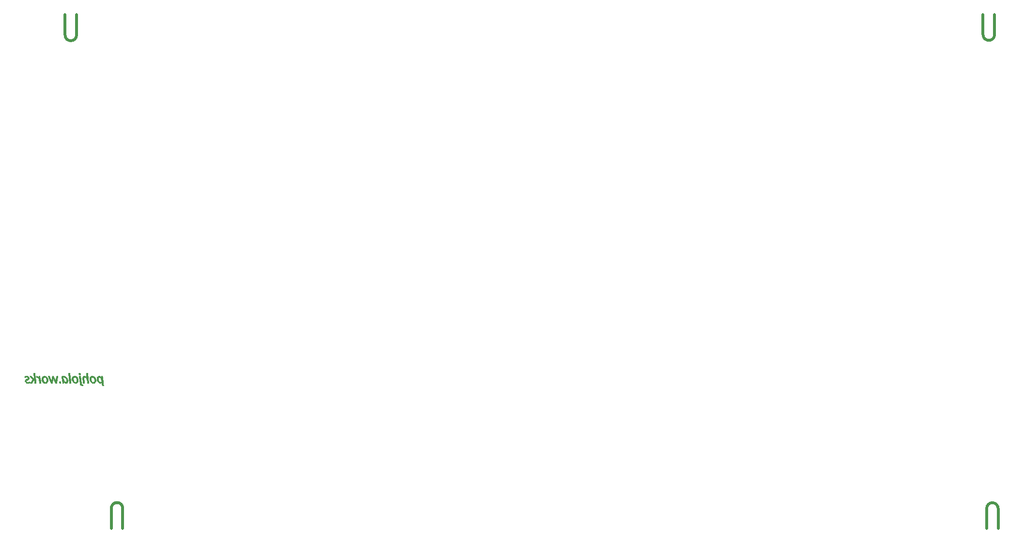
<source format=gbr>
G04 #@! TF.GenerationSoftware,KiCad,Pcbnew,(5.1.5-0-10_14)*
G04 #@! TF.CreationDate,2021-05-22T22:52:06+03:00*
G04 #@! TF.ProjectId,Umo FR4 Plates,556d6f20-4652-4342-9050-6c617465732e,rev?*
G04 #@! TF.SameCoordinates,Original*
G04 #@! TF.FileFunction,Soldermask,Bot*
G04 #@! TF.FilePolarity,Negative*
%FSLAX46Y46*%
G04 Gerber Fmt 4.6, Leading zero omitted, Abs format (unit mm)*
G04 Created by KiCad (PCBNEW (5.1.5-0-10_14)) date 2021-05-22 22:52:06*
%MOMM*%
%LPD*%
G04 APERTURE LIST*
%ADD10C,0.500000*%
%ADD11C,0.010000*%
G04 APERTURE END LIST*
D10*
X61620000Y-44905516D02*
X61620000Y-41370000D01*
X61620000Y-44905498D02*
G75*
G02X59620000Y-44905534I-1000000J-18D01*
G01*
X59620000Y-41370000D02*
X59620000Y-44905534D01*
X222070000Y-44835516D02*
X222070000Y-41300000D01*
X222070000Y-44835498D02*
G75*
G02X220070000Y-44835534I-1000000J-18D01*
G01*
X220070000Y-41300000D02*
X220070000Y-44835534D01*
X220700000Y-127654484D02*
X220700000Y-131190000D01*
X220700000Y-127654502D02*
G75*
G02X222700000Y-127654466I1000000J18D01*
G01*
X222700000Y-131190000D02*
X222700000Y-127654466D01*
X67690000Y-127624484D02*
X67690000Y-131160000D01*
X67690000Y-127624502D02*
G75*
G02X69690000Y-127624466I1000000J18D01*
G01*
X69690000Y-131160000D02*
X69690000Y-127624466D01*
D11*
G36*
X62077235Y-103988487D02*
G01*
X62022381Y-104037896D01*
X61989127Y-104105485D01*
X61984000Y-104144598D01*
X62001362Y-104218894D01*
X62046414Y-104273191D01*
X62108610Y-104303043D01*
X62177401Y-104304006D01*
X62242239Y-104271633D01*
X62255478Y-104259011D01*
X62291938Y-104194332D01*
X62296784Y-104122068D01*
X62274348Y-104053352D01*
X62228962Y-103999318D01*
X62164959Y-103971100D01*
X62142750Y-103969333D01*
X62077235Y-103988487D01*
G37*
X62077235Y-103988487D02*
X62022381Y-104037896D01*
X61989127Y-104105485D01*
X61984000Y-104144598D01*
X62001362Y-104218894D01*
X62046414Y-104273191D01*
X62108610Y-104303043D01*
X62177401Y-104304006D01*
X62242239Y-104271633D01*
X62255478Y-104259011D01*
X62291938Y-104194332D01*
X62296784Y-104122068D01*
X62274348Y-104053352D01*
X62228962Y-103999318D01*
X62164959Y-103971100D01*
X62142750Y-103969333D01*
X62077235Y-103988487D01*
G36*
X54115232Y-103951826D02*
G01*
X54074673Y-103963201D01*
X54067797Y-103974625D01*
X54070410Y-104002352D01*
X54077674Y-104065876D01*
X54088840Y-104159005D01*
X54103158Y-104275550D01*
X54119881Y-104409320D01*
X54131167Y-104498500D01*
X54148921Y-104638234D01*
X54164760Y-104763074D01*
X54177947Y-104867195D01*
X54187744Y-104944768D01*
X54193414Y-104989967D01*
X54194537Y-104999227D01*
X54177562Y-104997494D01*
X54155674Y-104992340D01*
X54127706Y-104974329D01*
X54076453Y-104931444D01*
X54008086Y-104869215D01*
X53928778Y-104793172D01*
X53886160Y-104750905D01*
X53655639Y-104519667D01*
X53380361Y-104519667D01*
X53650709Y-104790615D01*
X53921056Y-105061564D01*
X53790255Y-105282740D01*
X53730979Y-105382826D01*
X53671753Y-105482580D01*
X53620236Y-105569117D01*
X53589620Y-105620333D01*
X53519786Y-105736750D01*
X53637898Y-105743185D01*
X53708130Y-105745012D01*
X53762745Y-105742847D01*
X53782854Y-105739319D01*
X53802618Y-105718358D01*
X53839263Y-105667437D01*
X53888347Y-105593166D01*
X53945431Y-105502157D01*
X53975593Y-105452426D01*
X54047195Y-105336871D01*
X54105722Y-105250373D01*
X54149124Y-105195761D01*
X54175348Y-105175867D01*
X54176047Y-105175833D01*
X54193372Y-105183617D01*
X54207222Y-105211519D01*
X54219571Y-105266358D01*
X54232395Y-105354959D01*
X54235787Y-105382208D01*
X54248113Y-105481370D01*
X54259996Y-105573780D01*
X54269593Y-105645221D01*
X54272856Y-105667958D01*
X54284744Y-105747333D01*
X54537055Y-105747333D01*
X54524423Y-105667958D01*
X54518973Y-105628603D01*
X54509489Y-105554616D01*
X54496638Y-105451558D01*
X54481083Y-105324993D01*
X54463490Y-105180481D01*
X54444525Y-105023585D01*
X54424852Y-104859866D01*
X54405136Y-104694885D01*
X54386042Y-104534205D01*
X54368235Y-104383387D01*
X54352381Y-104247994D01*
X54339145Y-104133586D01*
X54329191Y-104045725D01*
X54323184Y-103989974D01*
X54321667Y-103972342D01*
X54301358Y-103957459D01*
X54242974Y-103949414D01*
X54194667Y-103948167D01*
X54115232Y-103951826D01*
G37*
X54115232Y-103951826D02*
X54074673Y-103963201D01*
X54067797Y-103974625D01*
X54070410Y-104002352D01*
X54077674Y-104065876D01*
X54088840Y-104159005D01*
X54103158Y-104275550D01*
X54119881Y-104409320D01*
X54131167Y-104498500D01*
X54148921Y-104638234D01*
X54164760Y-104763074D01*
X54177947Y-104867195D01*
X54187744Y-104944768D01*
X54193414Y-104989967D01*
X54194537Y-104999227D01*
X54177562Y-104997494D01*
X54155674Y-104992340D01*
X54127706Y-104974329D01*
X54076453Y-104931444D01*
X54008086Y-104869215D01*
X53928778Y-104793172D01*
X53886160Y-104750905D01*
X53655639Y-104519667D01*
X53380361Y-104519667D01*
X53650709Y-104790615D01*
X53921056Y-105061564D01*
X53790255Y-105282740D01*
X53730979Y-105382826D01*
X53671753Y-105482580D01*
X53620236Y-105569117D01*
X53589620Y-105620333D01*
X53519786Y-105736750D01*
X53637898Y-105743185D01*
X53708130Y-105745012D01*
X53762745Y-105742847D01*
X53782854Y-105739319D01*
X53802618Y-105718358D01*
X53839263Y-105667437D01*
X53888347Y-105593166D01*
X53945431Y-105502157D01*
X53975593Y-105452426D01*
X54047195Y-105336871D01*
X54105722Y-105250373D01*
X54149124Y-105195761D01*
X54175348Y-105175867D01*
X54176047Y-105175833D01*
X54193372Y-105183617D01*
X54207222Y-105211519D01*
X54219571Y-105266358D01*
X54232395Y-105354959D01*
X54235787Y-105382208D01*
X54248113Y-105481370D01*
X54259996Y-105573780D01*
X54269593Y-105645221D01*
X54272856Y-105667958D01*
X54284744Y-105747333D01*
X54537055Y-105747333D01*
X54524423Y-105667958D01*
X54518973Y-105628603D01*
X54509489Y-105554616D01*
X54496638Y-105451558D01*
X54481083Y-105324993D01*
X54463490Y-105180481D01*
X54444525Y-105023585D01*
X54424852Y-104859866D01*
X54405136Y-104694885D01*
X54386042Y-104534205D01*
X54368235Y-104383387D01*
X54352381Y-104247994D01*
X54339145Y-104133586D01*
X54329191Y-104045725D01*
X54323184Y-103989974D01*
X54321667Y-103972342D01*
X54301358Y-103957459D01*
X54242974Y-103949414D01*
X54194667Y-103948167D01*
X54115232Y-103951826D01*
G36*
X54593078Y-104507192D02*
G01*
X54566690Y-104536029D01*
X54560175Y-104592648D01*
X54565227Y-104651069D01*
X54579720Y-104767063D01*
X54680146Y-104757413D01*
X54741005Y-104754312D01*
X54783986Y-104763992D01*
X54826328Y-104793155D01*
X54865605Y-104829507D01*
X54924532Y-104897824D01*
X54972255Y-104981491D01*
X55010885Y-105086711D01*
X55042533Y-105219683D01*
X55069309Y-105386611D01*
X55077755Y-105452831D01*
X55113399Y-105747333D01*
X55236116Y-105747333D01*
X55314768Y-105743333D01*
X55353954Y-105731026D01*
X55359453Y-105720875D01*
X55357252Y-105693655D01*
X55350729Y-105630036D01*
X55340505Y-105535660D01*
X55327203Y-105416172D01*
X55311445Y-105277214D01*
X55293851Y-105124431D01*
X55291721Y-105106082D01*
X55223369Y-104517748D01*
X55116476Y-104523999D01*
X55009584Y-104530250D01*
X55013514Y-104792000D01*
X54956209Y-104714042D01*
X54861006Y-104604536D01*
X54764992Y-104532736D01*
X54670870Y-104500500D01*
X54643081Y-104498824D01*
X54593078Y-104507192D01*
G37*
X54593078Y-104507192D02*
X54566690Y-104536029D01*
X54560175Y-104592648D01*
X54565227Y-104651069D01*
X54579720Y-104767063D01*
X54680146Y-104757413D01*
X54741005Y-104754312D01*
X54783986Y-104763992D01*
X54826328Y-104793155D01*
X54865605Y-104829507D01*
X54924532Y-104897824D01*
X54972255Y-104981491D01*
X55010885Y-105086711D01*
X55042533Y-105219683D01*
X55069309Y-105386611D01*
X55077755Y-105452831D01*
X55113399Y-105747333D01*
X55236116Y-105747333D01*
X55314768Y-105743333D01*
X55353954Y-105731026D01*
X55359453Y-105720875D01*
X55357252Y-105693655D01*
X55350729Y-105630036D01*
X55340505Y-105535660D01*
X55327203Y-105416172D01*
X55311445Y-105277214D01*
X55293851Y-105124431D01*
X55291721Y-105106082D01*
X55223369Y-104517748D01*
X55116476Y-104523999D01*
X55009584Y-104530250D01*
X55013514Y-104792000D01*
X54956209Y-104714042D01*
X54861006Y-104604536D01*
X54764992Y-104532736D01*
X54670870Y-104500500D01*
X54643081Y-104498824D01*
X54593078Y-104507192D01*
G36*
X58140030Y-104524155D02*
G01*
X58096506Y-104536566D01*
X58082569Y-104549098D01*
X58076304Y-104578345D01*
X58065447Y-104642668D01*
X58051062Y-104735186D01*
X58034214Y-104849021D01*
X58015968Y-104977293D01*
X58013056Y-104998225D01*
X57995122Y-105124160D01*
X57978732Y-105232964D01*
X57964848Y-105318762D01*
X57954430Y-105375675D01*
X57948439Y-105397825D01*
X57947800Y-105397419D01*
X57937841Y-105372624D01*
X57913937Y-105314790D01*
X57878579Y-105229891D01*
X57834256Y-105123899D01*
X57783459Y-105002788D01*
X57762782Y-104953583D01*
X57584801Y-104530250D01*
X57359084Y-104530250D01*
X57291995Y-104921833D01*
X57270446Y-105050827D01*
X57251522Y-105170219D01*
X57236437Y-105271846D01*
X57226408Y-105347543D01*
X57222683Y-105387500D01*
X57220297Y-105421235D01*
X57214025Y-105427594D01*
X57201044Y-105402748D01*
X57178531Y-105342871D01*
X57168050Y-105313417D01*
X57141500Y-105240179D01*
X57103890Y-105138862D01*
X57059488Y-105020847D01*
X57012561Y-104897517D01*
X56993463Y-104847750D01*
X56871287Y-104530250D01*
X56750060Y-104523902D01*
X56684867Y-104521800D01*
X56640860Y-104522893D01*
X56628834Y-104525859D01*
X56636710Y-104546700D01*
X56659016Y-104601770D01*
X56693771Y-104686277D01*
X56738992Y-104795429D01*
X56792698Y-104924434D01*
X56852905Y-105068498D01*
X56880960Y-105135457D01*
X57133085Y-105736750D01*
X57249475Y-105743041D01*
X57289194Y-105746430D01*
X57319223Y-105748345D01*
X57341786Y-105743757D01*
X57359104Y-105727637D01*
X57373401Y-105694956D01*
X57386899Y-105640684D01*
X57401822Y-105559792D01*
X57420392Y-105447250D01*
X57444034Y-105302833D01*
X57463758Y-105187307D01*
X57482341Y-105084509D01*
X57498222Y-105002646D01*
X57509837Y-104949923D01*
X57513804Y-104936415D01*
X57524449Y-104934754D01*
X57544712Y-104962543D01*
X57575792Y-105022143D01*
X57618886Y-105115920D01*
X57675194Y-105246237D01*
X57696286Y-105296248D01*
X57747976Y-105418339D01*
X57795192Y-105527920D01*
X57835144Y-105618667D01*
X57865037Y-105684254D01*
X57882080Y-105718353D01*
X57883729Y-105720875D01*
X57915980Y-105736695D01*
X57974824Y-105746087D01*
X58007923Y-105747333D01*
X58077863Y-105742023D01*
X58116247Y-105727301D01*
X58120612Y-105720875D01*
X58126720Y-105692631D01*
X58138591Y-105629490D01*
X58155078Y-105538153D01*
X58175031Y-105425321D01*
X58197300Y-105297695D01*
X58220736Y-105161974D01*
X58244191Y-105024861D01*
X58266513Y-104893056D01*
X58286555Y-104773260D01*
X58303167Y-104672173D01*
X58315200Y-104596496D01*
X58321504Y-104552930D01*
X58322167Y-104545746D01*
X58303712Y-104529268D01*
X58257776Y-104520309D01*
X58198501Y-104518671D01*
X58140030Y-104524155D01*
G37*
X58140030Y-104524155D02*
X58096506Y-104536566D01*
X58082569Y-104549098D01*
X58076304Y-104578345D01*
X58065447Y-104642668D01*
X58051062Y-104735186D01*
X58034214Y-104849021D01*
X58015968Y-104977293D01*
X58013056Y-104998225D01*
X57995122Y-105124160D01*
X57978732Y-105232964D01*
X57964848Y-105318762D01*
X57954430Y-105375675D01*
X57948439Y-105397825D01*
X57947800Y-105397419D01*
X57937841Y-105372624D01*
X57913937Y-105314790D01*
X57878579Y-105229891D01*
X57834256Y-105123899D01*
X57783459Y-105002788D01*
X57762782Y-104953583D01*
X57584801Y-104530250D01*
X57359084Y-104530250D01*
X57291995Y-104921833D01*
X57270446Y-105050827D01*
X57251522Y-105170219D01*
X57236437Y-105271846D01*
X57226408Y-105347543D01*
X57222683Y-105387500D01*
X57220297Y-105421235D01*
X57214025Y-105427594D01*
X57201044Y-105402748D01*
X57178531Y-105342871D01*
X57168050Y-105313417D01*
X57141500Y-105240179D01*
X57103890Y-105138862D01*
X57059488Y-105020847D01*
X57012561Y-104897517D01*
X56993463Y-104847750D01*
X56871287Y-104530250D01*
X56750060Y-104523902D01*
X56684867Y-104521800D01*
X56640860Y-104522893D01*
X56628834Y-104525859D01*
X56636710Y-104546700D01*
X56659016Y-104601770D01*
X56693771Y-104686277D01*
X56738992Y-104795429D01*
X56792698Y-104924434D01*
X56852905Y-105068498D01*
X56880960Y-105135457D01*
X57133085Y-105736750D01*
X57249475Y-105743041D01*
X57289194Y-105746430D01*
X57319223Y-105748345D01*
X57341786Y-105743757D01*
X57359104Y-105727637D01*
X57373401Y-105694956D01*
X57386899Y-105640684D01*
X57401822Y-105559792D01*
X57420392Y-105447250D01*
X57444034Y-105302833D01*
X57463758Y-105187307D01*
X57482341Y-105084509D01*
X57498222Y-105002646D01*
X57509837Y-104949923D01*
X57513804Y-104936415D01*
X57524449Y-104934754D01*
X57544712Y-104962543D01*
X57575792Y-105022143D01*
X57618886Y-105115920D01*
X57675194Y-105246237D01*
X57696286Y-105296248D01*
X57747976Y-105418339D01*
X57795192Y-105527920D01*
X57835144Y-105618667D01*
X57865037Y-105684254D01*
X57882080Y-105718353D01*
X57883729Y-105720875D01*
X57915980Y-105736695D01*
X57974824Y-105746087D01*
X58007923Y-105747333D01*
X58077863Y-105742023D01*
X58116247Y-105727301D01*
X58120612Y-105720875D01*
X58126720Y-105692631D01*
X58138591Y-105629490D01*
X58155078Y-105538153D01*
X58175031Y-105425321D01*
X58197300Y-105297695D01*
X58220736Y-105161974D01*
X58244191Y-105024861D01*
X58266513Y-104893056D01*
X58286555Y-104773260D01*
X58303167Y-104672173D01*
X58315200Y-104596496D01*
X58321504Y-104552930D01*
X58322167Y-104545746D01*
X58303712Y-104529268D01*
X58257776Y-104520309D01*
X58198501Y-104518671D01*
X58140030Y-104524155D01*
G36*
X60216908Y-103949182D02*
G01*
X60179758Y-103954659D01*
X60166994Y-103968240D01*
X60169647Y-103993567D01*
X60170160Y-103995791D01*
X60175026Y-104026710D01*
X60184254Y-104094914D01*
X60197247Y-104195649D01*
X60213409Y-104324156D01*
X60232144Y-104475681D01*
X60252855Y-104645468D01*
X60274947Y-104828759D01*
X60282914Y-104895375D01*
X60384586Y-105747333D01*
X60506960Y-105747333D01*
X60576558Y-105745552D01*
X60613595Y-105738079D01*
X60627768Y-105721720D01*
X60629334Y-105707019D01*
X60626860Y-105677764D01*
X60619887Y-105612125D01*
X60609088Y-105515738D01*
X60595138Y-105394235D01*
X60578708Y-105253249D01*
X60560472Y-105098414D01*
X60541104Y-104935364D01*
X60521277Y-104769732D01*
X60501664Y-104607152D01*
X60482939Y-104453256D01*
X60465775Y-104313679D01*
X60450845Y-104194053D01*
X60438822Y-104100013D01*
X60430380Y-104037191D01*
X60427336Y-104016958D01*
X60419287Y-103979028D01*
X60404226Y-103958469D01*
X60371331Y-103949961D01*
X60309779Y-103948183D01*
X60287413Y-103948167D01*
X60216908Y-103949182D01*
G37*
X60216908Y-103949182D02*
X60179758Y-103954659D01*
X60166994Y-103968240D01*
X60169647Y-103993567D01*
X60170160Y-103995791D01*
X60175026Y-104026710D01*
X60184254Y-104094914D01*
X60197247Y-104195649D01*
X60213409Y-104324156D01*
X60232144Y-104475681D01*
X60252855Y-104645468D01*
X60274947Y-104828759D01*
X60282914Y-104895375D01*
X60384586Y-105747333D01*
X60506960Y-105747333D01*
X60576558Y-105745552D01*
X60613595Y-105738079D01*
X60627768Y-105721720D01*
X60629334Y-105707019D01*
X60626860Y-105677764D01*
X60619887Y-105612125D01*
X60609088Y-105515738D01*
X60595138Y-105394235D01*
X60578708Y-105253249D01*
X60560472Y-105098414D01*
X60541104Y-104935364D01*
X60521277Y-104769732D01*
X60501664Y-104607152D01*
X60482939Y-104453256D01*
X60465775Y-104313679D01*
X60450845Y-104194053D01*
X60438822Y-104100013D01*
X60430380Y-104037191D01*
X60427336Y-104016958D01*
X60419287Y-103979028D01*
X60404226Y-103958469D01*
X60371331Y-103949961D01*
X60309779Y-103948183D01*
X60287413Y-103948167D01*
X60216908Y-103949182D01*
G36*
X63334357Y-103950592D02*
G01*
X63288952Y-103956892D01*
X63275586Y-103964042D01*
X63278127Y-103989393D01*
X63284893Y-104049447D01*
X63295036Y-104136879D01*
X63307709Y-104244362D01*
X63317818Y-104329167D01*
X63331768Y-104446673D01*
X63343756Y-104549545D01*
X63352940Y-104630401D01*
X63358477Y-104681854D01*
X63359733Y-104696484D01*
X63345881Y-104694741D01*
X63310480Y-104670148D01*
X63285162Y-104648989D01*
X63161181Y-104559585D01*
X63037054Y-104510323D01*
X62934854Y-104498500D01*
X62865914Y-104501950D01*
X62817630Y-104517835D01*
X62770404Y-104554456D01*
X62745475Y-104578711D01*
X62708190Y-104620009D01*
X62680219Y-104663429D01*
X62661085Y-104714570D01*
X62650310Y-104779027D01*
X62647415Y-104862399D01*
X62651922Y-104970281D01*
X62663354Y-105108272D01*
X62681232Y-105281967D01*
X62683572Y-105303498D01*
X62731983Y-105747333D01*
X62998942Y-105747333D01*
X62988529Y-105689125D01*
X62980176Y-105634488D01*
X62968959Y-105550079D01*
X62955876Y-105444689D01*
X62941930Y-105327108D01*
X62928119Y-105206124D01*
X62915444Y-105090528D01*
X62904906Y-104989109D01*
X62897504Y-104910658D01*
X62894239Y-104863963D01*
X62894167Y-104859913D01*
X62912568Y-104787540D01*
X62960974Y-104734235D01*
X63029191Y-104710526D01*
X63039158Y-104710167D01*
X63116966Y-104729877D01*
X63196306Y-104784259D01*
X63271994Y-104866184D01*
X63338847Y-104968526D01*
X63391682Y-105084159D01*
X63425315Y-105205955D01*
X63431722Y-105249917D01*
X63441192Y-105333449D01*
X63453675Y-105438526D01*
X63466738Y-105544711D01*
X63468932Y-105562125D01*
X63492372Y-105747333D01*
X63616603Y-105747333D01*
X63682753Y-105744299D01*
X63727816Y-105736428D01*
X63740834Y-105727709D01*
X63738397Y-105703084D01*
X63731524Y-105641942D01*
X63720875Y-105549793D01*
X63707105Y-105432146D01*
X63690875Y-105294510D01*
X63672841Y-105142394D01*
X63653662Y-104981308D01*
X63633996Y-104816760D01*
X63614500Y-104654260D01*
X63595834Y-104499316D01*
X63578654Y-104357439D01*
X63563619Y-104234137D01*
X63551387Y-104134920D01*
X63542616Y-104065297D01*
X63539027Y-104038125D01*
X63526573Y-103948167D01*
X63400870Y-103948167D01*
X63334357Y-103950592D01*
G37*
X63334357Y-103950592D02*
X63288952Y-103956892D01*
X63275586Y-103964042D01*
X63278127Y-103989393D01*
X63284893Y-104049447D01*
X63295036Y-104136879D01*
X63307709Y-104244362D01*
X63317818Y-104329167D01*
X63331768Y-104446673D01*
X63343756Y-104549545D01*
X63352940Y-104630401D01*
X63358477Y-104681854D01*
X63359733Y-104696484D01*
X63345881Y-104694741D01*
X63310480Y-104670148D01*
X63285162Y-104648989D01*
X63161181Y-104559585D01*
X63037054Y-104510323D01*
X62934854Y-104498500D01*
X62865914Y-104501950D01*
X62817630Y-104517835D01*
X62770404Y-104554456D01*
X62745475Y-104578711D01*
X62708190Y-104620009D01*
X62680219Y-104663429D01*
X62661085Y-104714570D01*
X62650310Y-104779027D01*
X62647415Y-104862399D01*
X62651922Y-104970281D01*
X62663354Y-105108272D01*
X62681232Y-105281967D01*
X62683572Y-105303498D01*
X62731983Y-105747333D01*
X62998942Y-105747333D01*
X62988529Y-105689125D01*
X62980176Y-105634488D01*
X62968959Y-105550079D01*
X62955876Y-105444689D01*
X62941930Y-105327108D01*
X62928119Y-105206124D01*
X62915444Y-105090528D01*
X62904906Y-104989109D01*
X62897504Y-104910658D01*
X62894239Y-104863963D01*
X62894167Y-104859913D01*
X62912568Y-104787540D01*
X62960974Y-104734235D01*
X63029191Y-104710526D01*
X63039158Y-104710167D01*
X63116966Y-104729877D01*
X63196306Y-104784259D01*
X63271994Y-104866184D01*
X63338847Y-104968526D01*
X63391682Y-105084159D01*
X63425315Y-105205955D01*
X63431722Y-105249917D01*
X63441192Y-105333449D01*
X63453675Y-105438526D01*
X63466738Y-105544711D01*
X63468932Y-105562125D01*
X63492372Y-105747333D01*
X63616603Y-105747333D01*
X63682753Y-105744299D01*
X63727816Y-105736428D01*
X63740834Y-105727709D01*
X63738397Y-105703084D01*
X63731524Y-105641942D01*
X63720875Y-105549793D01*
X63707105Y-105432146D01*
X63690875Y-105294510D01*
X63672841Y-105142394D01*
X63653662Y-104981308D01*
X63633996Y-104816760D01*
X63614500Y-104654260D01*
X63595834Y-104499316D01*
X63578654Y-104357439D01*
X63563619Y-104234137D01*
X63551387Y-104134920D01*
X63542616Y-104065297D01*
X63539027Y-104038125D01*
X63526573Y-103948167D01*
X63400870Y-103948167D01*
X63334357Y-103950592D01*
G36*
X52770407Y-104506114D02*
G01*
X52655652Y-104532344D01*
X52563078Y-104578326D01*
X52542266Y-104595018D01*
X52510667Y-104628168D01*
X52506216Y-104655900D01*
X52530218Y-104692102D01*
X52553835Y-104718301D01*
X52606336Y-104774951D01*
X52690575Y-104731975D01*
X52792494Y-104696082D01*
X52891169Y-104689939D01*
X52977971Y-104711782D01*
X53044270Y-104759851D01*
X53074732Y-104810410D01*
X53082095Y-104867382D01*
X53055954Y-104918597D01*
X52993445Y-104967251D01*
X52891708Y-105016539D01*
X52889112Y-105017612D01*
X52755405Y-105084288D01*
X52662092Y-105158065D01*
X52607608Y-105240417D01*
X52592567Y-105296988D01*
X52597195Y-105413256D01*
X52638163Y-105526392D01*
X52709928Y-105627108D01*
X52806946Y-105706115D01*
X52850402Y-105729024D01*
X52940196Y-105755048D01*
X53050697Y-105766294D01*
X53163698Y-105762520D01*
X53260992Y-105743484D01*
X53284349Y-105734782D01*
X53348124Y-105700571D01*
X53402581Y-105661044D01*
X53405347Y-105658505D01*
X53452413Y-105614289D01*
X53409349Y-105553811D01*
X53362888Y-105507402D01*
X53309898Y-105496620D01*
X53242227Y-105520696D01*
X53216220Y-105535587D01*
X53130548Y-105567915D01*
X53030234Y-105577140D01*
X52936585Y-105561947D01*
X52916510Y-105554087D01*
X52861385Y-105507990D01*
X52829288Y-105439481D01*
X52827122Y-105365290D01*
X52831761Y-105348670D01*
X52852946Y-105313825D01*
X52895405Y-105280636D01*
X52967083Y-105243571D01*
X53009775Y-105224672D01*
X53131999Y-105166734D01*
X53217805Y-105110636D01*
X53272282Y-105049898D01*
X53300523Y-104978042D01*
X53307615Y-104888587D01*
X53305771Y-104847853D01*
X53279688Y-104751272D01*
X53220613Y-104659157D01*
X53137512Y-104581594D01*
X53039352Y-104528672D01*
X53015204Y-104520939D01*
X52894528Y-104501644D01*
X52770407Y-104506114D01*
G37*
X52770407Y-104506114D02*
X52655652Y-104532344D01*
X52563078Y-104578326D01*
X52542266Y-104595018D01*
X52510667Y-104628168D01*
X52506216Y-104655900D01*
X52530218Y-104692102D01*
X52553835Y-104718301D01*
X52606336Y-104774951D01*
X52690575Y-104731975D01*
X52792494Y-104696082D01*
X52891169Y-104689939D01*
X52977971Y-104711782D01*
X53044270Y-104759851D01*
X53074732Y-104810410D01*
X53082095Y-104867382D01*
X53055954Y-104918597D01*
X52993445Y-104967251D01*
X52891708Y-105016539D01*
X52889112Y-105017612D01*
X52755405Y-105084288D01*
X52662092Y-105158065D01*
X52607608Y-105240417D01*
X52592567Y-105296988D01*
X52597195Y-105413256D01*
X52638163Y-105526392D01*
X52709928Y-105627108D01*
X52806946Y-105706115D01*
X52850402Y-105729024D01*
X52940196Y-105755048D01*
X53050697Y-105766294D01*
X53163698Y-105762520D01*
X53260992Y-105743484D01*
X53284349Y-105734782D01*
X53348124Y-105700571D01*
X53402581Y-105661044D01*
X53405347Y-105658505D01*
X53452413Y-105614289D01*
X53409349Y-105553811D01*
X53362888Y-105507402D01*
X53309898Y-105496620D01*
X53242227Y-105520696D01*
X53216220Y-105535587D01*
X53130548Y-105567915D01*
X53030234Y-105577140D01*
X52936585Y-105561947D01*
X52916510Y-105554087D01*
X52861385Y-105507990D01*
X52829288Y-105439481D01*
X52827122Y-105365290D01*
X52831761Y-105348670D01*
X52852946Y-105313825D01*
X52895405Y-105280636D01*
X52967083Y-105243571D01*
X53009775Y-105224672D01*
X53131999Y-105166734D01*
X53217805Y-105110636D01*
X53272282Y-105049898D01*
X53300523Y-104978042D01*
X53307615Y-104888587D01*
X53305771Y-104847853D01*
X53279688Y-104751272D01*
X53220613Y-104659157D01*
X53137512Y-104581594D01*
X53039352Y-104528672D01*
X53015204Y-104520939D01*
X52894528Y-104501644D01*
X52770407Y-104506114D01*
G36*
X55868555Y-104506909D02*
G01*
X55758197Y-104545712D01*
X55662084Y-104613790D01*
X55585632Y-104711433D01*
X55539558Y-104819884D01*
X55510775Y-104979664D01*
X55516337Y-105138162D01*
X55552779Y-105290027D01*
X55616640Y-105429905D01*
X55704455Y-105552441D01*
X55812762Y-105652284D01*
X55938097Y-105724078D01*
X56076996Y-105762472D01*
X56152584Y-105767465D01*
X56233793Y-105762430D01*
X56307546Y-105750142D01*
X56343084Y-105739128D01*
X56413091Y-105693438D01*
X56485372Y-105622354D01*
X56547403Y-105540148D01*
X56586415Y-105461842D01*
X56600160Y-105389393D01*
X56605573Y-105286664D01*
X56604502Y-105234243D01*
X56355157Y-105234243D01*
X56350887Y-105344590D01*
X56330233Y-105432984D01*
X56322963Y-105448977D01*
X56264774Y-105522651D01*
X56186104Y-105559664D01*
X56088252Y-105559652D01*
X56007431Y-105536812D01*
X55949404Y-105497573D01*
X55890294Y-105429169D01*
X55839299Y-105343500D01*
X55817040Y-105290517D01*
X55776770Y-105139301D01*
X55765529Y-105000677D01*
X55783069Y-104880664D01*
X55829142Y-104785280D01*
X55838247Y-104773767D01*
X55880915Y-104732216D01*
X55928019Y-104713862D01*
X55987925Y-104710167D01*
X56094032Y-104726471D01*
X56182190Y-104777397D01*
X56256915Y-104865960D01*
X56280197Y-104905427D01*
X56318758Y-105001268D01*
X56344096Y-105115338D01*
X56355157Y-105234243D01*
X56604502Y-105234243D01*
X56603742Y-105197099D01*
X56596164Y-105093312D01*
X56582238Y-105013862D01*
X56557688Y-104940804D01*
X56526412Y-104872638D01*
X56444369Y-104741875D01*
X56344062Y-104638650D01*
X56230909Y-104563251D01*
X56110329Y-104515968D01*
X55987738Y-104497091D01*
X55868555Y-104506909D01*
G37*
X55868555Y-104506909D02*
X55758197Y-104545712D01*
X55662084Y-104613790D01*
X55585632Y-104711433D01*
X55539558Y-104819884D01*
X55510775Y-104979664D01*
X55516337Y-105138162D01*
X55552779Y-105290027D01*
X55616640Y-105429905D01*
X55704455Y-105552441D01*
X55812762Y-105652284D01*
X55938097Y-105724078D01*
X56076996Y-105762472D01*
X56152584Y-105767465D01*
X56233793Y-105762430D01*
X56307546Y-105750142D01*
X56343084Y-105739128D01*
X56413091Y-105693438D01*
X56485372Y-105622354D01*
X56547403Y-105540148D01*
X56586415Y-105461842D01*
X56600160Y-105389393D01*
X56605573Y-105286664D01*
X56604502Y-105234243D01*
X56355157Y-105234243D01*
X56350887Y-105344590D01*
X56330233Y-105432984D01*
X56322963Y-105448977D01*
X56264774Y-105522651D01*
X56186104Y-105559664D01*
X56088252Y-105559652D01*
X56007431Y-105536812D01*
X55949404Y-105497573D01*
X55890294Y-105429169D01*
X55839299Y-105343500D01*
X55817040Y-105290517D01*
X55776770Y-105139301D01*
X55765529Y-105000677D01*
X55783069Y-104880664D01*
X55829142Y-104785280D01*
X55838247Y-104773767D01*
X55880915Y-104732216D01*
X55928019Y-104713862D01*
X55987925Y-104710167D01*
X56094032Y-104726471D01*
X56182190Y-104777397D01*
X56256915Y-104865960D01*
X56280197Y-104905427D01*
X56318758Y-105001268D01*
X56344096Y-105115338D01*
X56355157Y-105234243D01*
X56604502Y-105234243D01*
X56603742Y-105197099D01*
X56596164Y-105093312D01*
X56582238Y-105013862D01*
X56557688Y-104940804D01*
X56526412Y-104872638D01*
X56444369Y-104741875D01*
X56344062Y-104638650D01*
X56230909Y-104563251D01*
X56110329Y-104515968D01*
X55987738Y-104497091D01*
X55868555Y-104506909D01*
G36*
X58626360Y-105457523D02*
G01*
X58569699Y-105494256D01*
X58554554Y-105515335D01*
X58533708Y-105589063D01*
X58545402Y-105657860D01*
X58582027Y-105715424D01*
X58635973Y-105755447D01*
X58699632Y-105771626D01*
X58765395Y-105757655D01*
X58809000Y-105726167D01*
X58847281Y-105661239D01*
X58852300Y-105586842D01*
X58826271Y-105516609D01*
X58771406Y-105464172D01*
X58766002Y-105461239D01*
X58697425Y-105445077D01*
X58626360Y-105457523D01*
G37*
X58626360Y-105457523D02*
X58569699Y-105494256D01*
X58554554Y-105515335D01*
X58533708Y-105589063D01*
X58545402Y-105657860D01*
X58582027Y-105715424D01*
X58635973Y-105755447D01*
X58699632Y-105771626D01*
X58765395Y-105757655D01*
X58809000Y-105726167D01*
X58847281Y-105661239D01*
X58852300Y-105586842D01*
X58826271Y-105516609D01*
X58771406Y-105464172D01*
X58766002Y-105461239D01*
X58697425Y-105445077D01*
X58626360Y-105457523D01*
G36*
X59174481Y-104510139D02*
G01*
X59091714Y-104525434D01*
X59032044Y-104546014D01*
X59008710Y-104564222D01*
X59008256Y-104589062D01*
X59012416Y-104650363D01*
X59020658Y-104742569D01*
X59032446Y-104860120D01*
X59047249Y-104997461D01*
X59064532Y-105149032D01*
X59066354Y-105164569D01*
X59134864Y-105747333D01*
X59234251Y-105747333D01*
X59299027Y-105743112D01*
X59336692Y-105724595D01*
X59354390Y-105683004D01*
X59359266Y-105609558D01*
X59359334Y-105593625D01*
X59359334Y-105506880D01*
X59435691Y-105596087D01*
X59496182Y-105656458D01*
X59563385Y-105708815D01*
X59593598Y-105726897D01*
X59674276Y-105754174D01*
X59768656Y-105766489D01*
X59855974Y-105761966D01*
X59888500Y-105753551D01*
X59970446Y-105701716D01*
X60034259Y-105615359D01*
X60077048Y-105499454D01*
X60093100Y-105401732D01*
X60091249Y-105288743D01*
X59834946Y-105288743D01*
X59834202Y-105373450D01*
X59829057Y-105427553D01*
X59816339Y-105462760D01*
X59792878Y-105490783D01*
X59776195Y-105505701D01*
X59707750Y-105548110D01*
X59639946Y-105551354D01*
X59571633Y-105522090D01*
X59505477Y-105463524D01*
X59441234Y-105371357D01*
X59382839Y-105254273D01*
X59334222Y-105120957D01*
X59299317Y-104980091D01*
X59286169Y-104891686D01*
X59276799Y-104813976D01*
X59267300Y-104751224D01*
X59259739Y-104717061D01*
X59268330Y-104697124D01*
X59307225Y-104688816D01*
X59366217Y-104691485D01*
X59435098Y-104704480D01*
X59503660Y-104727149D01*
X59518066Y-104733547D01*
X59640876Y-104813622D01*
X59735448Y-104923365D01*
X59799730Y-105059183D01*
X59831671Y-105217483D01*
X59834946Y-105288743D01*
X60091249Y-105288743D01*
X60090064Y-105216508D01*
X60047870Y-105040238D01*
X59969511Y-104878487D01*
X59857980Y-104736819D01*
X59716273Y-104620799D01*
X59652859Y-104583377D01*
X59559141Y-104539423D01*
X59471686Y-104514845D01*
X59366455Y-104502899D01*
X59365879Y-104502862D01*
X59269489Y-104501993D01*
X59174481Y-104510139D01*
G37*
X59174481Y-104510139D02*
X59091714Y-104525434D01*
X59032044Y-104546014D01*
X59008710Y-104564222D01*
X59008256Y-104589062D01*
X59012416Y-104650363D01*
X59020658Y-104742569D01*
X59032446Y-104860120D01*
X59047249Y-104997461D01*
X59064532Y-105149032D01*
X59066354Y-105164569D01*
X59134864Y-105747333D01*
X59234251Y-105747333D01*
X59299027Y-105743112D01*
X59336692Y-105724595D01*
X59354390Y-105683004D01*
X59359266Y-105609558D01*
X59359334Y-105593625D01*
X59359334Y-105506880D01*
X59435691Y-105596087D01*
X59496182Y-105656458D01*
X59563385Y-105708815D01*
X59593598Y-105726897D01*
X59674276Y-105754174D01*
X59768656Y-105766489D01*
X59855974Y-105761966D01*
X59888500Y-105753551D01*
X59970446Y-105701716D01*
X60034259Y-105615359D01*
X60077048Y-105499454D01*
X60093100Y-105401732D01*
X60091249Y-105288743D01*
X59834946Y-105288743D01*
X59834202Y-105373450D01*
X59829057Y-105427553D01*
X59816339Y-105462760D01*
X59792878Y-105490783D01*
X59776195Y-105505701D01*
X59707750Y-105548110D01*
X59639946Y-105551354D01*
X59571633Y-105522090D01*
X59505477Y-105463524D01*
X59441234Y-105371357D01*
X59382839Y-105254273D01*
X59334222Y-105120957D01*
X59299317Y-104980091D01*
X59286169Y-104891686D01*
X59276799Y-104813976D01*
X59267300Y-104751224D01*
X59259739Y-104717061D01*
X59268330Y-104697124D01*
X59307225Y-104688816D01*
X59366217Y-104691485D01*
X59435098Y-104704480D01*
X59503660Y-104727149D01*
X59518066Y-104733547D01*
X59640876Y-104813622D01*
X59735448Y-104923365D01*
X59799730Y-105059183D01*
X59831671Y-105217483D01*
X59834946Y-105288743D01*
X60091249Y-105288743D01*
X60090064Y-105216508D01*
X60047870Y-105040238D01*
X59969511Y-104878487D01*
X59857980Y-104736819D01*
X59716273Y-104620799D01*
X59652859Y-104583377D01*
X59559141Y-104539423D01*
X59471686Y-104514845D01*
X59366455Y-104502899D01*
X59365879Y-104502862D01*
X59269489Y-104501993D01*
X59174481Y-104510139D01*
G36*
X61179631Y-104506570D02*
G01*
X61059061Y-104541539D01*
X60953263Y-104606999D01*
X60869043Y-104702484D01*
X60848878Y-104737152D01*
X60803670Y-104866522D01*
X60789855Y-105012664D01*
X60805368Y-105166411D01*
X60848146Y-105318596D01*
X60916126Y-105460053D01*
X61007244Y-105581615D01*
X61047836Y-105620975D01*
X61166552Y-105701263D01*
X61300235Y-105750991D01*
X61438811Y-105768320D01*
X61572202Y-105751407D01*
X61636178Y-105728467D01*
X61726775Y-105666352D01*
X61804564Y-105572885D01*
X61861749Y-105458747D01*
X61881227Y-105392678D01*
X61890181Y-105295526D01*
X61640797Y-105295526D01*
X61620869Y-105402429D01*
X61578642Y-105485531D01*
X61516648Y-105541261D01*
X61437421Y-105566045D01*
X61343492Y-105556312D01*
X61253750Y-105518101D01*
X61200116Y-105470321D01*
X61145220Y-105390121D01*
X61126750Y-105355530D01*
X61092531Y-105279653D01*
X61071979Y-105209581D01*
X61061110Y-105127813D01*
X61056935Y-105048833D01*
X61059622Y-104919982D01*
X61079472Y-104825928D01*
X61118607Y-104761898D01*
X61179146Y-104723119D01*
X61205319Y-104714750D01*
X61310863Y-104706622D01*
X61406744Y-104738308D01*
X61490521Y-104807910D01*
X61559754Y-104913530D01*
X61603628Y-105024604D01*
X61635894Y-105168394D01*
X61640797Y-105295526D01*
X61890181Y-105295526D01*
X61894855Y-105244827D01*
X61875983Y-105086430D01*
X61828061Y-104929299D01*
X61754535Y-104785250D01*
X61673497Y-104680881D01*
X61561904Y-104589246D01*
X61437858Y-104529959D01*
X61308165Y-104502555D01*
X61179631Y-104506570D01*
G37*
X61179631Y-104506570D02*
X61059061Y-104541539D01*
X60953263Y-104606999D01*
X60869043Y-104702484D01*
X60848878Y-104737152D01*
X60803670Y-104866522D01*
X60789855Y-105012664D01*
X60805368Y-105166411D01*
X60848146Y-105318596D01*
X60916126Y-105460053D01*
X61007244Y-105581615D01*
X61047836Y-105620975D01*
X61166552Y-105701263D01*
X61300235Y-105750991D01*
X61438811Y-105768320D01*
X61572202Y-105751407D01*
X61636178Y-105728467D01*
X61726775Y-105666352D01*
X61804564Y-105572885D01*
X61861749Y-105458747D01*
X61881227Y-105392678D01*
X61890181Y-105295526D01*
X61640797Y-105295526D01*
X61620869Y-105402429D01*
X61578642Y-105485531D01*
X61516648Y-105541261D01*
X61437421Y-105566045D01*
X61343492Y-105556312D01*
X61253750Y-105518101D01*
X61200116Y-105470321D01*
X61145220Y-105390121D01*
X61126750Y-105355530D01*
X61092531Y-105279653D01*
X61071979Y-105209581D01*
X61061110Y-105127813D01*
X61056935Y-105048833D01*
X61059622Y-104919982D01*
X61079472Y-104825928D01*
X61118607Y-104761898D01*
X61179146Y-104723119D01*
X61205319Y-104714750D01*
X61310863Y-104706622D01*
X61406744Y-104738308D01*
X61490521Y-104807910D01*
X61559754Y-104913530D01*
X61603628Y-105024604D01*
X61635894Y-105168394D01*
X61640797Y-105295526D01*
X61890181Y-105295526D01*
X61894855Y-105244827D01*
X61875983Y-105086430D01*
X61828061Y-104929299D01*
X61754535Y-104785250D01*
X61673497Y-104680881D01*
X61561904Y-104589246D01*
X61437858Y-104529959D01*
X61308165Y-104502555D01*
X61179631Y-104506570D01*
G36*
X64201866Y-104520598D02*
G01*
X64092994Y-104571279D01*
X64006068Y-104653101D01*
X63942467Y-104760204D01*
X63903570Y-104886729D01*
X63890757Y-105026816D01*
X63905405Y-105174605D01*
X63948893Y-105324235D01*
X63991206Y-105415850D01*
X64050758Y-105504644D01*
X64130203Y-105592483D01*
X64218433Y-105669206D01*
X64304340Y-105724649D01*
X64348915Y-105743109D01*
X64444111Y-105761492D01*
X64550675Y-105766627D01*
X64651090Y-105758699D01*
X64725084Y-105739128D01*
X64799514Y-105690282D01*
X64873291Y-105615106D01*
X64934334Y-105528033D01*
X64969673Y-105446908D01*
X64980686Y-105379530D01*
X64986372Y-105288091D01*
X64985687Y-105194236D01*
X64731144Y-105194236D01*
X64730415Y-105329940D01*
X64709491Y-105431493D01*
X64667014Y-105502658D01*
X64604168Y-105546110D01*
X64551608Y-105568082D01*
X64517164Y-105575013D01*
X64479771Y-105567892D01*
X64437201Y-105553953D01*
X64338106Y-105499205D01*
X64256220Y-105409691D01*
X64194659Y-105290563D01*
X64156538Y-105146973D01*
X64147828Y-105075347D01*
X64148723Y-104969058D01*
X64166386Y-104870159D01*
X64197660Y-104789367D01*
X64239385Y-104737397D01*
X64249285Y-104731092D01*
X64319404Y-104712154D01*
X64406928Y-104713301D01*
X64492837Y-104733041D01*
X64536356Y-104753595D01*
X64609716Y-104821757D01*
X64668944Y-104923020D01*
X64710563Y-105049511D01*
X64731093Y-105193360D01*
X64731144Y-105194236D01*
X64985687Y-105194236D01*
X64985660Y-105190651D01*
X64985295Y-105183146D01*
X64959364Y-105012230D01*
X64903005Y-104859932D01*
X64820379Y-104729772D01*
X64715647Y-104625268D01*
X64592970Y-104549940D01*
X64456510Y-104507307D01*
X64310427Y-104500888D01*
X64201866Y-104520598D01*
G37*
X64201866Y-104520598D02*
X64092994Y-104571279D01*
X64006068Y-104653101D01*
X63942467Y-104760204D01*
X63903570Y-104886729D01*
X63890757Y-105026816D01*
X63905405Y-105174605D01*
X63948893Y-105324235D01*
X63991206Y-105415850D01*
X64050758Y-105504644D01*
X64130203Y-105592483D01*
X64218433Y-105669206D01*
X64304340Y-105724649D01*
X64348915Y-105743109D01*
X64444111Y-105761492D01*
X64550675Y-105766627D01*
X64651090Y-105758699D01*
X64725084Y-105739128D01*
X64799514Y-105690282D01*
X64873291Y-105615106D01*
X64934334Y-105528033D01*
X64969673Y-105446908D01*
X64980686Y-105379530D01*
X64986372Y-105288091D01*
X64985687Y-105194236D01*
X64731144Y-105194236D01*
X64730415Y-105329940D01*
X64709491Y-105431493D01*
X64667014Y-105502658D01*
X64604168Y-105546110D01*
X64551608Y-105568082D01*
X64517164Y-105575013D01*
X64479771Y-105567892D01*
X64437201Y-105553953D01*
X64338106Y-105499205D01*
X64256220Y-105409691D01*
X64194659Y-105290563D01*
X64156538Y-105146973D01*
X64147828Y-105075347D01*
X64148723Y-104969058D01*
X64166386Y-104870159D01*
X64197660Y-104789367D01*
X64239385Y-104737397D01*
X64249285Y-104731092D01*
X64319404Y-104712154D01*
X64406928Y-104713301D01*
X64492837Y-104733041D01*
X64536356Y-104753595D01*
X64609716Y-104821757D01*
X64668944Y-104923020D01*
X64710563Y-105049511D01*
X64731093Y-105193360D01*
X64731144Y-105194236D01*
X64985687Y-105194236D01*
X64985660Y-105190651D01*
X64985295Y-105183146D01*
X64959364Y-105012230D01*
X64903005Y-104859932D01*
X64820379Y-104729772D01*
X64715647Y-104625268D01*
X64592970Y-104549940D01*
X64456510Y-104507307D01*
X64310427Y-104500888D01*
X64201866Y-104520598D01*
G36*
X65404458Y-104506579D02*
G01*
X65308589Y-104546686D01*
X65229150Y-104620499D01*
X65194937Y-104674803D01*
X65155033Y-104792787D01*
X65141321Y-104934163D01*
X65153012Y-105089705D01*
X65189315Y-105250186D01*
X65249439Y-105406381D01*
X65259346Y-105426652D01*
X65319278Y-105520568D01*
X65399178Y-105611244D01*
X65487745Y-105687881D01*
X65573676Y-105739678D01*
X65596021Y-105748358D01*
X65686516Y-105764785D01*
X65788347Y-105762989D01*
X65884613Y-105744766D01*
X65958413Y-105711910D01*
X65961735Y-105709529D01*
X66022325Y-105664733D01*
X66047443Y-105880658D01*
X66060865Y-105996030D01*
X66072055Y-106075953D01*
X66084606Y-106126910D01*
X66102111Y-106155383D01*
X66128162Y-106167853D01*
X66166353Y-106170804D01*
X66208177Y-106170667D01*
X66274535Y-106169050D01*
X66308908Y-106161354D01*
X66321608Y-106143306D01*
X66323124Y-106123042D01*
X66320635Y-106092170D01*
X66313663Y-106025264D01*
X66302919Y-105928299D01*
X66289117Y-105807254D01*
X66272968Y-105668106D01*
X66255184Y-105516834D01*
X66240547Y-105393649D01*
X65988476Y-105393649D01*
X65988128Y-105455948D01*
X65971439Y-105496912D01*
X65934933Y-105526517D01*
X65889259Y-105548665D01*
X65805279Y-105573759D01*
X65727821Y-105567459D01*
X65643815Y-105530375D01*
X65593146Y-105495026D01*
X65550026Y-105446411D01*
X65505950Y-105373819D01*
X65480871Y-105325134D01*
X65440774Y-105240419D01*
X65417234Y-105174262D01*
X65405929Y-105108394D01*
X65402538Y-105024546D01*
X65402417Y-104993521D01*
X65403764Y-104904462D01*
X65409546Y-104846052D01*
X65422376Y-104806645D01*
X65444868Y-104774597D01*
X65453732Y-104764845D01*
X65521462Y-104719489D01*
X65599259Y-104712527D01*
X65681729Y-104742943D01*
X65763481Y-104809721D01*
X65778054Y-104825932D01*
X65834402Y-104908649D01*
X65889105Y-105018843D01*
X65936059Y-105141891D01*
X65969161Y-105263173D01*
X65975962Y-105300044D01*
X65988476Y-105393649D01*
X66240547Y-105393649D01*
X66236478Y-105359414D01*
X66217562Y-105201824D01*
X66199148Y-105050042D01*
X66181949Y-104910046D01*
X66166677Y-104787813D01*
X66154044Y-104689321D01*
X66144762Y-104620547D01*
X66141409Y-104597965D01*
X66128582Y-104517514D01*
X65931584Y-104530250D01*
X65925184Y-104653680D01*
X65918785Y-104777110D01*
X65834988Y-104681911D01*
X65732022Y-104587844D01*
X65622037Y-104527223D01*
X65510895Y-104500113D01*
X65404458Y-104506579D01*
G37*
X65404458Y-104506579D02*
X65308589Y-104546686D01*
X65229150Y-104620499D01*
X65194937Y-104674803D01*
X65155033Y-104792787D01*
X65141321Y-104934163D01*
X65153012Y-105089705D01*
X65189315Y-105250186D01*
X65249439Y-105406381D01*
X65259346Y-105426652D01*
X65319278Y-105520568D01*
X65399178Y-105611244D01*
X65487745Y-105687881D01*
X65573676Y-105739678D01*
X65596021Y-105748358D01*
X65686516Y-105764785D01*
X65788347Y-105762989D01*
X65884613Y-105744766D01*
X65958413Y-105711910D01*
X65961735Y-105709529D01*
X66022325Y-105664733D01*
X66047443Y-105880658D01*
X66060865Y-105996030D01*
X66072055Y-106075953D01*
X66084606Y-106126910D01*
X66102111Y-106155383D01*
X66128162Y-106167853D01*
X66166353Y-106170804D01*
X66208177Y-106170667D01*
X66274535Y-106169050D01*
X66308908Y-106161354D01*
X66321608Y-106143306D01*
X66323124Y-106123042D01*
X66320635Y-106092170D01*
X66313663Y-106025264D01*
X66302919Y-105928299D01*
X66289117Y-105807254D01*
X66272968Y-105668106D01*
X66255184Y-105516834D01*
X66240547Y-105393649D01*
X65988476Y-105393649D01*
X65988128Y-105455948D01*
X65971439Y-105496912D01*
X65934933Y-105526517D01*
X65889259Y-105548665D01*
X65805279Y-105573759D01*
X65727821Y-105567459D01*
X65643815Y-105530375D01*
X65593146Y-105495026D01*
X65550026Y-105446411D01*
X65505950Y-105373819D01*
X65480871Y-105325134D01*
X65440774Y-105240419D01*
X65417234Y-105174262D01*
X65405929Y-105108394D01*
X65402538Y-105024546D01*
X65402417Y-104993521D01*
X65403764Y-104904462D01*
X65409546Y-104846052D01*
X65422376Y-104806645D01*
X65444868Y-104774597D01*
X65453732Y-104764845D01*
X65521462Y-104719489D01*
X65599259Y-104712527D01*
X65681729Y-104742943D01*
X65763481Y-104809721D01*
X65778054Y-104825932D01*
X65834402Y-104908649D01*
X65889105Y-105018843D01*
X65936059Y-105141891D01*
X65969161Y-105263173D01*
X65975962Y-105300044D01*
X65988476Y-105393649D01*
X66240547Y-105393649D01*
X66236478Y-105359414D01*
X66217562Y-105201824D01*
X66199148Y-105050042D01*
X66181949Y-104910046D01*
X66166677Y-104787813D01*
X66154044Y-104689321D01*
X66144762Y-104620547D01*
X66141409Y-104597965D01*
X66128582Y-104517514D01*
X65931584Y-104530250D01*
X65925184Y-104653680D01*
X65918785Y-104777110D01*
X65834988Y-104681911D01*
X65732022Y-104587844D01*
X65622037Y-104527223D01*
X65510895Y-104500113D01*
X65404458Y-104506579D01*
G36*
X62107582Y-104520468D02*
G01*
X62061712Y-104522550D01*
X62047878Y-104524958D01*
X62054785Y-104601472D01*
X62066334Y-104706355D01*
X62081653Y-104833364D01*
X62099867Y-104976260D01*
X62120105Y-105128801D01*
X62141492Y-105284746D01*
X62163156Y-105437856D01*
X62184224Y-105581888D01*
X62203822Y-105710602D01*
X62221077Y-105817758D01*
X62235116Y-105897114D01*
X62245067Y-105942429D01*
X62246985Y-105948128D01*
X62313180Y-106062497D01*
X62401026Y-106140834D01*
X62443696Y-106162811D01*
X62508006Y-106180887D01*
X62585273Y-106190095D01*
X62658684Y-106189662D01*
X62711422Y-106178816D01*
X62717903Y-106175398D01*
X62732923Y-106141235D01*
X62727725Y-106086283D01*
X62713332Y-106038611D01*
X62686544Y-106012995D01*
X62633451Y-105997324D01*
X62623153Y-105995240D01*
X62541369Y-105965198D01*
X62500227Y-105926624D01*
X62487028Y-105890618D01*
X62471145Y-105818179D01*
X62452384Y-105708098D01*
X62430550Y-105559160D01*
X62405452Y-105370156D01*
X62384565Y-105202986D01*
X62364553Y-105039356D01*
X62346274Y-104889773D01*
X62330342Y-104759259D01*
X62317368Y-104652837D01*
X62307965Y-104575530D01*
X62302746Y-104532362D01*
X62301878Y-104524958D01*
X62282429Y-104522166D01*
X62232263Y-104520248D01*
X62174500Y-104519667D01*
X62107582Y-104520468D01*
G37*
X62107582Y-104520468D02*
X62061712Y-104522550D01*
X62047878Y-104524958D01*
X62054785Y-104601472D01*
X62066334Y-104706355D01*
X62081653Y-104833364D01*
X62099867Y-104976260D01*
X62120105Y-105128801D01*
X62141492Y-105284746D01*
X62163156Y-105437856D01*
X62184224Y-105581888D01*
X62203822Y-105710602D01*
X62221077Y-105817758D01*
X62235116Y-105897114D01*
X62245067Y-105942429D01*
X62246985Y-105948128D01*
X62313180Y-106062497D01*
X62401026Y-106140834D01*
X62443696Y-106162811D01*
X62508006Y-106180887D01*
X62585273Y-106190095D01*
X62658684Y-106189662D01*
X62711422Y-106178816D01*
X62717903Y-106175398D01*
X62732923Y-106141235D01*
X62727725Y-106086283D01*
X62713332Y-106038611D01*
X62686544Y-106012995D01*
X62633451Y-105997324D01*
X62623153Y-105995240D01*
X62541369Y-105965198D01*
X62500227Y-105926624D01*
X62487028Y-105890618D01*
X62471145Y-105818179D01*
X62452384Y-105708098D01*
X62430550Y-105559160D01*
X62405452Y-105370156D01*
X62384565Y-105202986D01*
X62364553Y-105039356D01*
X62346274Y-104889773D01*
X62330342Y-104759259D01*
X62317368Y-104652837D01*
X62307965Y-104575530D01*
X62302746Y-104532362D01*
X62301878Y-104524958D01*
X62282429Y-104522166D01*
X62232263Y-104520248D01*
X62174500Y-104519667D01*
X62107582Y-104520468D01*
M02*

</source>
